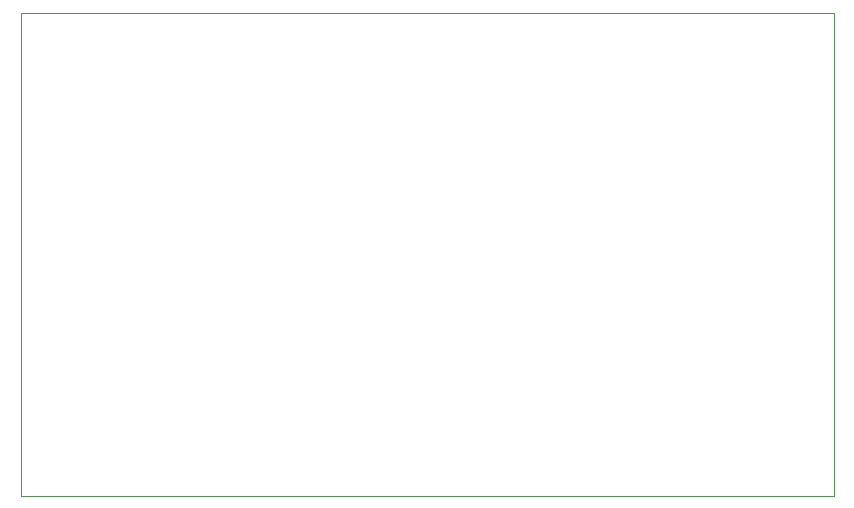
<source format=gbr>
%TF.GenerationSoftware,KiCad,Pcbnew,5.1.9+dfsg1-1*%
%TF.CreationDate,2021-12-22T14:02:19+01:00*%
%TF.ProjectId,lidar_board,6c696461-725f-4626-9f61-72642e6b6963,rev?*%
%TF.SameCoordinates,Original*%
%TF.FileFunction,Profile,NP*%
%FSLAX46Y46*%
G04 Gerber Fmt 4.6, Leading zero omitted, Abs format (unit mm)*
G04 Created by KiCad (PCBNEW 5.1.9+dfsg1-1) date 2021-12-22 14:02:19*
%MOMM*%
%LPD*%
G01*
G04 APERTURE LIST*
%TA.AperFunction,Profile*%
%ADD10C,0.050000*%
%TD*%
G04 APERTURE END LIST*
D10*
X132588000Y-116332000D02*
X132588000Y-75438000D01*
X201422000Y-116332000D02*
X201422000Y-75438000D01*
X132588000Y-116332000D02*
X201422000Y-116332000D01*
X152654000Y-75438000D02*
X201422000Y-75438000D01*
X152654000Y-75438000D02*
X132588000Y-75438000D01*
M02*

</source>
